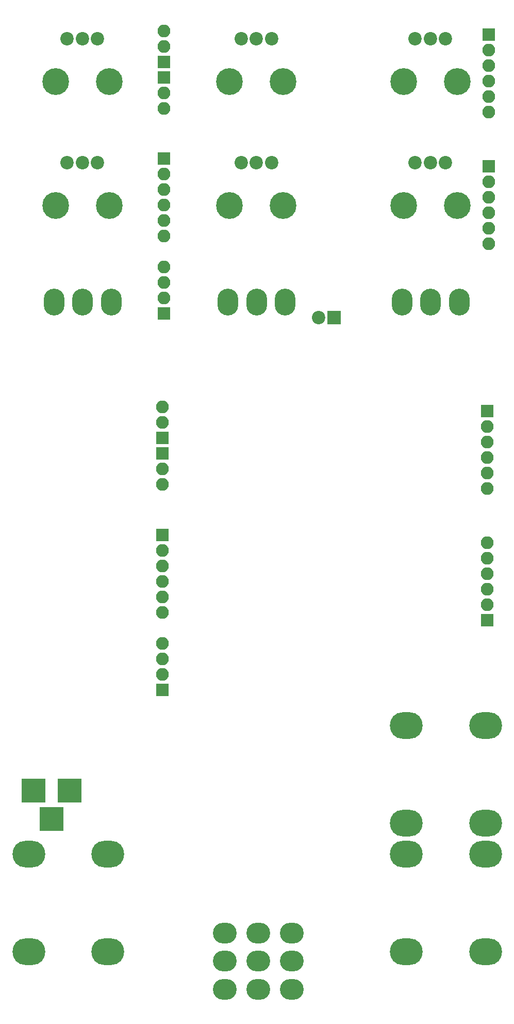
<source format=gbr>
G04 #@! TF.FileFunction,Soldermask,Bot*
%FSLAX46Y46*%
G04 Gerber Fmt 4.6, Leading zero omitted, Abs format (unit mm)*
G04 Created by KiCad (PCBNEW 4.0.7) date 05/06/18 18:03:06*
%MOMM*%
%LPD*%
G01*
G04 APERTURE LIST*
%ADD10C,0.100000*%
%ADD11R,2.100000X2.100000*%
%ADD12O,2.100000X2.100000*%
%ADD13C,2.200000*%
%ADD14C,4.400000*%
%ADD15R,2.200000X2.200000*%
%ADD16O,5.400000X4.400000*%
%ADD17R,3.900000X3.900000*%
%ADD18O,3.900000X3.400000*%
%ADD19O,3.400000X4.400000*%
G04 APERTURE END LIST*
D10*
D11*
X83820000Y-163830000D03*
D12*
X83820000Y-161290000D03*
X83820000Y-158750000D03*
X83820000Y-156210000D03*
D11*
X137160000Y-152400000D03*
D12*
X137160000Y-149860000D03*
X137160000Y-147320000D03*
X137160000Y-144780000D03*
X137160000Y-142240000D03*
X137160000Y-139700000D03*
D13*
X73135500Y-57086500D03*
X70635500Y-57086500D03*
X68135500Y-57086500D03*
D14*
X75035500Y-64086500D03*
X66235500Y-64086500D03*
D13*
X130285500Y-77406500D03*
X127785500Y-77406500D03*
X125285500Y-77406500D03*
D14*
X132185500Y-84406500D03*
X123385500Y-84406500D03*
D15*
X111950500Y-102806500D03*
D13*
X109410500Y-102806500D03*
X101710500Y-77406500D03*
X99210500Y-77406500D03*
X96710500Y-77406500D03*
D14*
X103610500Y-84406500D03*
X94810500Y-84406500D03*
D13*
X73135500Y-77406500D03*
X70635500Y-77406500D03*
X68135500Y-77406500D03*
D14*
X75035500Y-84406500D03*
X66235500Y-84406500D03*
D11*
X137350500Y-78041500D03*
D12*
X137350500Y-80581500D03*
X137350500Y-83121500D03*
X137350500Y-85661500D03*
X137350500Y-88201500D03*
X137350500Y-90741500D03*
D11*
X84010500Y-76771500D03*
D12*
X84010500Y-79311500D03*
X84010500Y-81851500D03*
X84010500Y-84391500D03*
X84010500Y-86931500D03*
X84010500Y-89471500D03*
D16*
X123865500Y-185736500D03*
X123865500Y-169736500D03*
X136865500Y-169736500D03*
X136842500Y-185736500D03*
X123865500Y-206755000D03*
X123865500Y-190755000D03*
X136865500Y-190755000D03*
X136842500Y-206755000D03*
D11*
X83820000Y-138430000D03*
D12*
X83820000Y-140970000D03*
X83820000Y-143510000D03*
X83820000Y-146050000D03*
X83820000Y-148590000D03*
X83820000Y-151130000D03*
D16*
X74826000Y-190755000D03*
X74826000Y-206755000D03*
X61826000Y-206755000D03*
X61849000Y-190755000D03*
D17*
X68580000Y-180340000D03*
X62580000Y-180340000D03*
X65580000Y-185040000D03*
D13*
X130285500Y-57086500D03*
X127785500Y-57086500D03*
X125285500Y-57086500D03*
D14*
X132185500Y-64086500D03*
X123385500Y-64086500D03*
D18*
X105068000Y-212943500D03*
X99568000Y-212943500D03*
X94068000Y-212943500D03*
X105068000Y-208343500D03*
X99568000Y-208343500D03*
X94068000Y-208343500D03*
X105068000Y-203743500D03*
X99568000Y-203743500D03*
X94068000Y-203743500D03*
D19*
X127825500Y-100266500D03*
X132525500Y-100266500D03*
X123125500Y-100266500D03*
X70675500Y-100266500D03*
X75375500Y-100266500D03*
X65975500Y-100266500D03*
X99250500Y-100266500D03*
X103950500Y-100266500D03*
X94550500Y-100266500D03*
D13*
X101710500Y-57086500D03*
X99210500Y-57086500D03*
X96710500Y-57086500D03*
D14*
X103610500Y-64086500D03*
X94810500Y-64086500D03*
D11*
X84010500Y-102171500D03*
D12*
X84010500Y-99631500D03*
X84010500Y-97091500D03*
X84010500Y-94551500D03*
D11*
X137160000Y-118110000D03*
D12*
X137160000Y-120650000D03*
X137160000Y-123190000D03*
X137160000Y-125730000D03*
X137160000Y-128270000D03*
X137160000Y-130810000D03*
D11*
X137350500Y-56451500D03*
D12*
X137350500Y-58991500D03*
X137350500Y-61531500D03*
X137350500Y-64071500D03*
X137350500Y-66611500D03*
X137350500Y-69151500D03*
D11*
X84010500Y-60896500D03*
D12*
X84010500Y-58356500D03*
X84010500Y-55816500D03*
D11*
X84010500Y-63436500D03*
D12*
X84010500Y-65976500D03*
X84010500Y-68516500D03*
D11*
X83820000Y-122555000D03*
D12*
X83820000Y-120015000D03*
X83820000Y-117475000D03*
D11*
X83820000Y-125095000D03*
D12*
X83820000Y-127635000D03*
X83820000Y-130175000D03*
M02*

</source>
